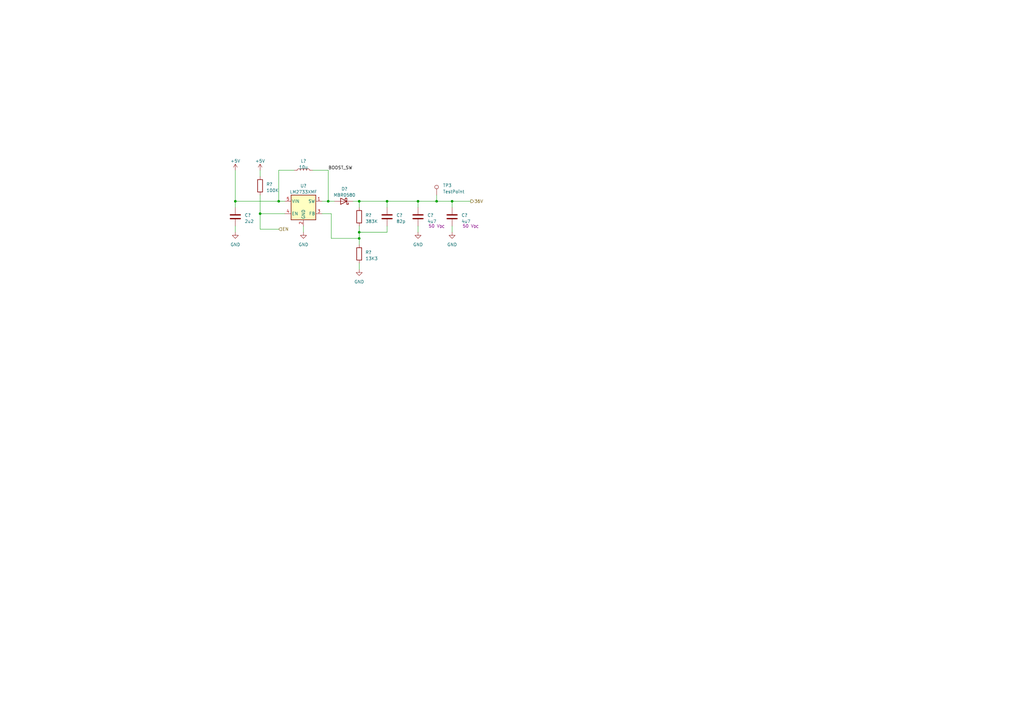
<source format=kicad_sch>
(kicad_sch (version 20230121) (generator eeschema)
  (paper "A3")
  (title_block (title "emonHP") (date "2024-08-11") (rev "0.1-dev") (company "Tilt Ltd / OpenEnergyMonitor") (comment 1 "Creative Commons Attribution-ShareAlike 4.0 License") (comment 2 "Commit: gitrev"))
  (lib_symbols
    (symbol "Connector:TestPoint" (pin_numbers hide) (pin_names (offset 0.762) hide)
      (property "Reference" "TP" (at 0 6.858 0))
      (property "Value" "TestPoint" (at 0 5.08 0))
      (symbol "TestPoint_0_1"
        (circle (center 0 3.302) (radius 0.762))
      )
      (symbol "TestPoint_1_1"
        (pin passive line (at 0 0 90) (length 2.54) (name "1") (number "1"))
      )
    )
    (symbol "Device:C" (pin_numbers hide) (pin_names (offset 0.254))
      (property "Reference" "C" (at 0.635 2.54 0))
      (property "Value" "C" (at 0.635 -2.54 0))
      (symbol "C_0_1"
        (polyline (pts (xy -2.032 -0.762) (xy 2.032 -0.762)) (stroke (width 0.508)))
        (polyline (pts (xy -2.032 0.762) (xy 2.032 0.762)) (stroke (width 0.508)))
      )
      (symbol "C_1_1"
        (pin passive line (at 0 3.81 270) (length 2.794) (name "~") (number "1"))
        (pin passive line (at 0 -3.81 90) (length 2.794) (name "~") (number "2"))
      )
    )
    (symbol "Device:L" (pin_numbers hide) (pin_names (offset 1.016) hide)
      (property "Reference" "L" (at -1.27 0 90))
      (property "Value" "L" (at 1.905 0 90))
      (symbol "L_0_1"
        (arc (start 0 -2.54) (mid 0.6323 -1.905) (end 0 -1.27))
        (arc (start 0 -1.27) (mid 0.6323 -0.635) (end 0 0))
        (arc (start 0 0) (mid 0.6323 0.635) (end 0 1.27))
        (arc (start 0 1.27) (mid 0.6323 1.905) (end 0 2.54))
      )
      (symbol "L_1_1"
        (pin passive line (at 0 3.81 270) (length 1.27) (name "1") (number "1"))
        (pin passive line (at 0 -3.81 90) (length 1.27) (name "2") (number "2"))
      )
    )
    (symbol "Device:R" (pin_numbers hide) (pin_names (offset 0))
      (property "Reference" "R" (at 2.032 0 90))
      (property "Value" "R" (at 0 0 90))
      (symbol "R_0_1"
        (rectangle (start -1.016 -2.54) (end 1.016 2.54) (stroke (width 0.254)))
      )
      (symbol "R_1_1"
        (pin passive line (at 0 3.81 270) (length 1.27) (name "~") (number "1"))
        (pin passive line (at 0 -3.81 90) (length 1.27) (name "~") (number "2"))
      )
    )
    (symbol "Diode:MBR0550" (pin_numbers hide) (pin_names (offset 1.016) hide)
      (property "Reference" "D" (at 0 2.54 0))
      (property "Value" "MBR0550" (at 0 -2.54 0))
      (symbol "MBR0550_0_1"
        (polyline (pts (xy 1.27 0) (xy -1.27 0)))
        (polyline (pts (xy 1.27 1.27) (xy 1.27 -1.27) (xy -1.27 0) (xy 1.27 1.27)) (stroke (width 0.254)))
        (polyline (pts (xy -1.905 0.635) (xy -1.905 1.27) (xy -1.27 1.27) (xy -1.27 -1.27) (xy -0.635 -1.27) (xy -0.635 -0.635)) (stroke (width 0.254)))
      )
      (symbol "MBR0550_1_1"
        (pin passive line (at -3.81 0 0) (length 2.54) (name "K") (number "1"))
        (pin passive line (at 3.81 0 180) (length 2.54) (name "A") (number "2"))
      )
    )
    (symbol "Regulator_Switching:LM2733XMF" (pin_names (offset 0.254))
      (property "Reference" "U" (at -5.08 6.35 0))
      (property "Value" "LM2733XMF" (at 0 6.35 0))
      (symbol "LM2733XMF_0_1"
        (rectangle (start -5.08 5.08) (end 5.08 -5.08) (stroke (width 0.254)) (fill (type background)))
      )
      (symbol "LM2733XMF_1_1"
        (pin output line (at 7.62 2.54 180) (length 2.54) (name "SW") (number "1"))
        (pin power_in line (at 0 -7.62 90) (length 2.54) (name "GND") (number "2"))
        (pin input line (at 7.62 -2.54 180) (length 2.54) (name "FB") (number "3"))
        (pin input line (at -7.62 -2.54 0) (length 2.54) (name "EN") (number "4"))
        (pin input line (at -7.62 2.54 0) (length 2.54) (name "VIN") (number "5"))
      )
    )
    (symbol "power:+5V" (power) (pin_names (offset 0))
      (property "Value" "+5V" (at 0 3.556 0))
      (symbol "+5V_0_1"
        (polyline (pts (xy -0.762 1.27) (xy 0 2.54)))
        (polyline (pts (xy 0 0) (xy 0 2.54)))
        (polyline (pts (xy 0 2.54) (xy 0.762 1.27)))
      )
      (symbol "+5V_1_1"
        (pin power_in line (at 0 0 90) (length 0) hide (name "+5V") (number "1"))
      )
    )
    (symbol "power:GND" (power) (pin_names (offset 0))
      (property "Value" "GND" (at 0 -3.81 0))
      (symbol "GND_0_1"
        (polyline (pts (xy 0 0) (xy 0 -1.27) (xy 1.27 -1.27) (xy 0 -2.54) (xy -1.27 -1.27) (xy 0 -1.27)))
      )
      (symbol "GND_1_1"
        (pin power_in line (at 0 0 270) (length 0) hide (name "GND") (number "1"))
      )
    )
  )
  (junction (at 147.32 95.25))
  (junction (at 147.32 82.55))
  (junction (at 171.45 82.55))
  (junction (at 114.3 82.55))
  (junction (at 134.62 82.55))
  (junction (at 179.07 82.55))
  (junction (at 106.68 87.63))
  (junction (at 96.52 82.55))
  (junction (at 147.32 97.79))
  (junction (at 158.75 82.55))
  (junction (at 185.42 82.55))
  (wire (pts (xy 147.32 95.25) (xy 147.32 97.79)))
  (wire (pts (xy 147.32 82.55) (xy 147.32 85.09)))
  (wire (pts (xy 96.52 69.85) (xy 96.52 82.55)))
  (wire (pts (xy 171.45 82.55) (xy 179.07 82.55)))
  (wire (pts (xy 128.27 69.85) (xy 134.62 69.85)))
  (wire (pts (xy 135.89 97.79) (xy 147.32 97.79)))
  (wire (pts (xy 124.46 92.71) (xy 124.46 95.25)))
  (wire (pts (xy 171.45 85.09) (xy 171.45 82.55)))
  (wire (pts (xy 147.32 95.25) (xy 158.75 95.25)))
  (wire (pts (xy 185.42 82.55) (xy 193.04 82.55)))
  (wire (pts (xy 134.62 69.85) (xy 134.62 82.55)))
  (wire (pts (xy 147.32 97.79) (xy 147.32 100.33)))
  (wire (pts (xy 114.3 69.85) (xy 120.65 69.85)))
  (wire (pts (xy 171.45 92.71) (xy 171.45 95.25)))
  (wire (pts (xy 179.07 80.01) (xy 179.07 82.55)))
  (wire (pts (xy 132.08 87.63) (xy 135.89 87.63)))
  (wire (pts (xy 185.42 82.55) (xy 185.42 85.09)))
  (wire (pts (xy 106.68 80.01) (xy 106.68 87.63)))
  (wire (pts (xy 185.42 92.71) (xy 185.42 95.25)))
  (wire (pts (xy 147.32 82.55) (xy 158.75 82.55)))
  (wire (pts (xy 135.89 87.63) (xy 135.89 97.79)))
  (wire (pts (xy 158.75 82.55) (xy 171.45 82.55)))
  (wire (pts (xy 96.52 82.55) (xy 114.3 82.55)))
  (wire (pts (xy 106.68 87.63) (xy 106.68 93.98)))
  (wire (pts (xy 96.52 85.09) (xy 96.52 82.55)))
  (wire (pts (xy 132.08 82.55) (xy 134.62 82.55)))
  (wire (pts (xy 116.84 82.55) (xy 114.3 82.55)))
  (wire (pts (xy 147.32 92.71) (xy 147.32 95.25)))
  (wire (pts (xy 158.75 85.09) (xy 158.75 82.55)))
  (wire (pts (xy 96.52 92.71) (xy 96.52 95.25)))
  (wire (pts (xy 106.68 69.85) (xy 106.68 72.39)))
  (wire (pts (xy 147.32 107.95) (xy 147.32 110.49)))
  (wire (pts (xy 106.68 93.98) (xy 114.3 93.98)))
  (wire (pts (xy 158.75 92.71) (xy 158.75 95.25)))
  (wire (pts (xy 114.3 82.55) (xy 114.3 69.85)))
  (wire (pts (xy 179.07 82.55) (xy 185.42 82.55)))
  (wire (pts (xy 144.78 82.55) (xy 147.32 82.55)))
  (wire (pts (xy 134.62 82.55) (xy 137.16 82.55)))
  (wire (pts (xy 116.84 87.63) (xy 106.68 87.63)))
  (label "BOOST_SW" (at 134.62 69.85 0))
  (hierarchical_label "36V" (shape output) (at 193.04 82.55 0))
  (hierarchical_label "EN" (shape input) (at 114.3 93.98 0))
  (symbol (lib_id "Device:R") (at 147.32 104.14 0) (unit 1)
    (property "Reference" "R?" (at 149.86 103.505 0) (effects (justify left)))
    (property "Value" "13K3" (at 149.86 106.045 0) (effects (justify left)))
    (property "Footprint" "Resistor_SMD:R_0402_1005Metric" (effects hide))
    (property "LCSC" "C122547" (effects hide))
    (instances (project "mbus-reader-proto" (path "" (reference "R?") (unit 1)) (path "" (reference "R?") (unit 1))) (project "emonHP" (path "" (reference "R28") (unit 1))))
  )
  (symbol (lib_id "Device:C") (at 158.75 88.9 0) (unit 1)
    (property "Reference" "C?" (at 162.56 88.265 0) (effects (justify left)))
    (property "Value" "82p" (at 162.56 90.805 0) (effects (justify left)))
    (property "Footprint" "Capacitor_SMD:C_0603_1608Metric" (effects hide))
    (property "LCSC" "C1683" (effects hide))
    (instances (project "mbus-reader-proto" (path "" (reference "C?") (unit 1)) (path "" (reference "C?") (unit 1))) (project "emonHP" (path "" (reference "C19") (unit 1))))
  )
  (symbol (lib_id "Device:R") (at 106.68 76.2 0) (unit 1)
    (property "Reference" "R?" (at 109.22 75.565 0) (effects (justify left)))
    (property "Value" "100K" (at 109.22 78.105 0) (effects (justify left)))
    (property "Footprint" "Resistor_SMD:R_0402_1005Metric" (effects hide))
    (property "LCSC" "C25741" (effects hide))
    (instances (project "mbus-reader-proto" (path "" (reference "R?") (unit 1)) (path "" (reference "R?") (unit 1))) (project "emonHP" (path "" (reference "R26") (unit 1))))
  )
  (symbol (lib_id "power:GND") (at 124.46 95.25 0) (unit 1)
    (property "Reference" "#PWR?" (effects hide))
    (property "Value" "GND" (at 124.46 100.33 0))
    (instances (project "mbus-reader-proto" (path "" (reference "#PWR?") (unit 1)) (path "" (reference "#PWR?") (unit 1))) (project "emonHP" (path "" (reference "#PWR053") (unit 1))))
  )
  (symbol (lib_id "Device:L") (at 124.46 69.85 270) (mirror x) (unit 1)
    (property "Reference" "L?" (at 124.46 66.04 90))
    (property "Value" "10u" (at 124.46 68.58 90))
    (property "Footprint" "Inductor_SMD:L_Abracon_ASPI-3012S" (effects hide))
    (property "Datasheet" "https://www.mouser.co.uk/datasheet/2/3/ASPI_3012S-1775077.pdf" (effects hide))
    (property "MPN" "ASPI-3012S-100M-T" (effects hide))
    (property "Mouser" "815-ASPI-3012S-100MT" (effects hide))
    (property "LCSC" "C2045998" (effects hide))
    (instances (project "mbus-reader-proto" (path "" (reference "L?") (unit 1)) (path "" (reference "L?") (unit 1))) (project "emonHP" (path "" (reference "L1") (unit 1))))
  )
  (symbol (lib_id "Device:C") (at 185.42 88.9 0) (unit 1)
    (property "Reference" "C?" (at 189.23 88.265 0) (effects (justify left)))
    (property "Value" "4u7" (at 189.23 90.805 0) (effects (justify left)))
    (property "Footprint" "Capacitor_SMD:C_0805_2012Metric" (effects hide))
    (property "Manufacturer" "Murata" (effects hide))
    (property "MPN" "GRM21BZ71H475ME15L" (effects hide))
    (property "Voltage" "50 V_{DC}" (at 193.04 92.71 0))
    (property "LCSC" "C23630" (effects hide))
    (instances (project "mbus-reader-proto" (path "" (reference "C?") (unit 1)) (path "" (reference "C?") (unit 1))) (project "emonHP" (path "" (reference "C21") (unit 1))))
  )
  (symbol (lib_id "power:GND") (at 147.32 110.49 0) (unit 1)
    (property "Reference" "#PWR?" (effects hide))
    (property "Value" "GND" (at 147.32 115.57 0))
    (instances (project "mbus-reader-proto" (path "" (reference "#PWR?") (unit 1)) (path "" (reference "#PWR?") (unit 1))) (project "emonHP" (path "" (reference "#PWR054") (unit 1))))
  )
  (symbol (lib_id "power:+5V") (at 106.68 69.85 0) (unit 1)
    (property "Reference" "#PWR02" (effects hide))
    (property "Value" "+5V" (at 106.68 66.04 0))
  )
  (symbol (lib_id "Regulator_Switching:LM2733XMF") (at 124.46 85.09 0) (unit 1)
    (property "Reference" "U?" (at 124.46 76.2 0))
    (property "Value" "LM2733XMF" (at 124.46 78.74 0))
    (property "Footprint" "Package_TO_SOT_SMD:SOT-23-5" (effects hide))
    (property "Datasheet" "http://www.ti.com/lit/ds/symlink/lm2733.pdf" (effects hide))
    (property "MPN" "LM2733XMFX/NOPB" (effects hide))
    (property "Mouser" "926-LM2733XMFX/NOPB" (effects hide))
    (property "LCSC" "C78226" (effects hide))
    (instances (project "mbus-reader-proto" (path "" (reference "U?") (unit 1)) (path "" (reference "U?") (unit 1))) (project "emonHP" (path "" (reference "U5") (unit 1))))
  )
  (symbol (lib_id "power:GND") (at 185.42 95.25 0) (unit 1)
    (property "Reference" "#PWR?" (effects hide))
    (property "Value" "GND" (at 185.42 100.33 0))
    (instances (project "mbus-reader-proto" (path "" (reference "#PWR?") (unit 1)) (path "" (reference "#PWR?") (unit 1))) (project "emonHP" (path "" (reference "#PWR056") (unit 1))))
  )
  (symbol (lib_id "Connector:TestPoint") (at 179.07 80.01 0) (unit 1) (in_bom no)
    (property "Reference" "TP3" (at 181.61 76.073 0) (effects (justify left)))
    (property "Value" "TestPoint" (at 181.61 78.613 0) (effects (justify left)))
    (property "Footprint" "TestPoint:TestPoint_Pad_D1.0mm" (effects hide))
  )
  (symbol (lib_id "Device:C") (at 171.45 88.9 0) (unit 1)
    (property "Reference" "C?" (at 175.26 88.265 0) (effects (justify left)))
    (property "Value" "4u7" (at 175.26 90.805 0) (effects (justify left)))
    (property "Footprint" "Capacitor_SMD:C_0805_2012Metric" (effects hide))
    (property "Manufacturer" "Murata" (effects hide))
    (property "MPN" "GRM21BZ71H475ME15L" (effects hide))
    (property "Voltage" "50 V_{DC}" (at 179.07 92.71 0))
    (property "LCSC" "C23630" (effects hide))
    (instances (project "mbus-reader-proto" (path "" (reference "C?") (unit 1)) (path "" (reference "C?") (unit 1))) (project "emonHP" (path "" (reference "C20") (unit 1))))
  )
  (symbol (lib_id "power:GND") (at 171.45 95.25 0) (unit 1)
    (property "Reference" "#PWR?" (effects hide))
    (property "Value" "GND" (at 171.45 100.33 0))
    (instances (project "mbus-reader-proto" (path "" (reference "#PWR?") (unit 1)) (path "" (reference "#PWR?") (unit 1))) (project "emonHP" (path "" (reference "#PWR055") (unit 1))))
  )
  (symbol (lib_id "Diode:MBR0550") (at 140.97 82.55 180) (unit 1)
    (property "Reference" "D?" (at 141.2875 77.47 0))
    (property "Value" "MBR0580" (at 141.2875 80.01 0))
    (property "Footprint" "Diode_SMD:D_SOD-123" (effects hide))
    (property "Datasheet" "http://www.mccsemi.com/up_pdf/MBR0520~MBR0580(SOD123).pdf" (effects hide))
    (property "LCSC" "C177047" (effects hide))
    (instances (project "mbus-reader-proto" (path "" (reference "D?") (unit 1)) (path "" (reference "D?") (unit 1))) (project "emonHP" (path "" (reference "D7") (unit 1))))
  )
  (symbol (lib_id "Device:C") (at 96.52 88.9 0) (unit 1)
    (property "Reference" "C?" (at 100.33 88.265 0) (effects (justify left)))
    (property "Value" "2u2" (at 100.33 90.805 0) (effects (justify left)))
    (property "Footprint" "Capacitor_SMD:C_0603_1608Metric" (effects hide))
    (property "LCSC" "C23630" (effects hide))
    (instances (project "mbus-reader-proto" (path "" (reference "C?") (unit 1)) (path "" (reference "C?") (unit 1))) (project "emonHP" (path "" (reference "C18") (unit 1))))
  )
  (symbol (lib_id "Device:R") (at 147.32 88.9 0) (unit 1)
    (property "Reference" "R?" (at 149.86 88.265 0) (effects (justify left)))
    (property "Value" "383K" (at 149.86 90.805 0) (effects (justify left)))
    (property "Footprint" "Resistor_SMD:R_0402_1005Metric" (effects hide))
    (property "LCSC" "C25557" (effects hide))
    (instances (project "mbus-reader-proto" (path "" (reference "R?") (unit 1)) (path "" (reference "R?") (unit 1))) (project "emonHP" (path "" (reference "R27") (unit 1))))
  )
  (symbol (lib_id "power:+5V") (at 96.52 69.85 0) (unit 1)
    (property "Reference" "#PWR?" (effects hide))
    (property "Value" "+5V" (at 96.52 66.04 0))
    (instances (project "mbus-reader-proto" (path "" (reference "#PWR?") (unit 1)) (path "" (reference "#PWR?") (unit 1))) (project "emonHP" (path "" (reference "#PWR050") (unit 1))))
  )
  (symbol (lib_id "power:GND") (at 96.52 95.25 0) (unit 1)
    (property "Reference" "#PWR?" (effects hide))
    (property "Value" "GND" (at 96.52 100.33 0))
    (instances (project "mbus-reader-proto" (path "" (reference "#PWR?") (unit 1)) (path "" (reference "#PWR?") (unit 1))) (project "emonHP" (path "" (reference "#PWR051") (unit 1))))
  )
)
</source>
